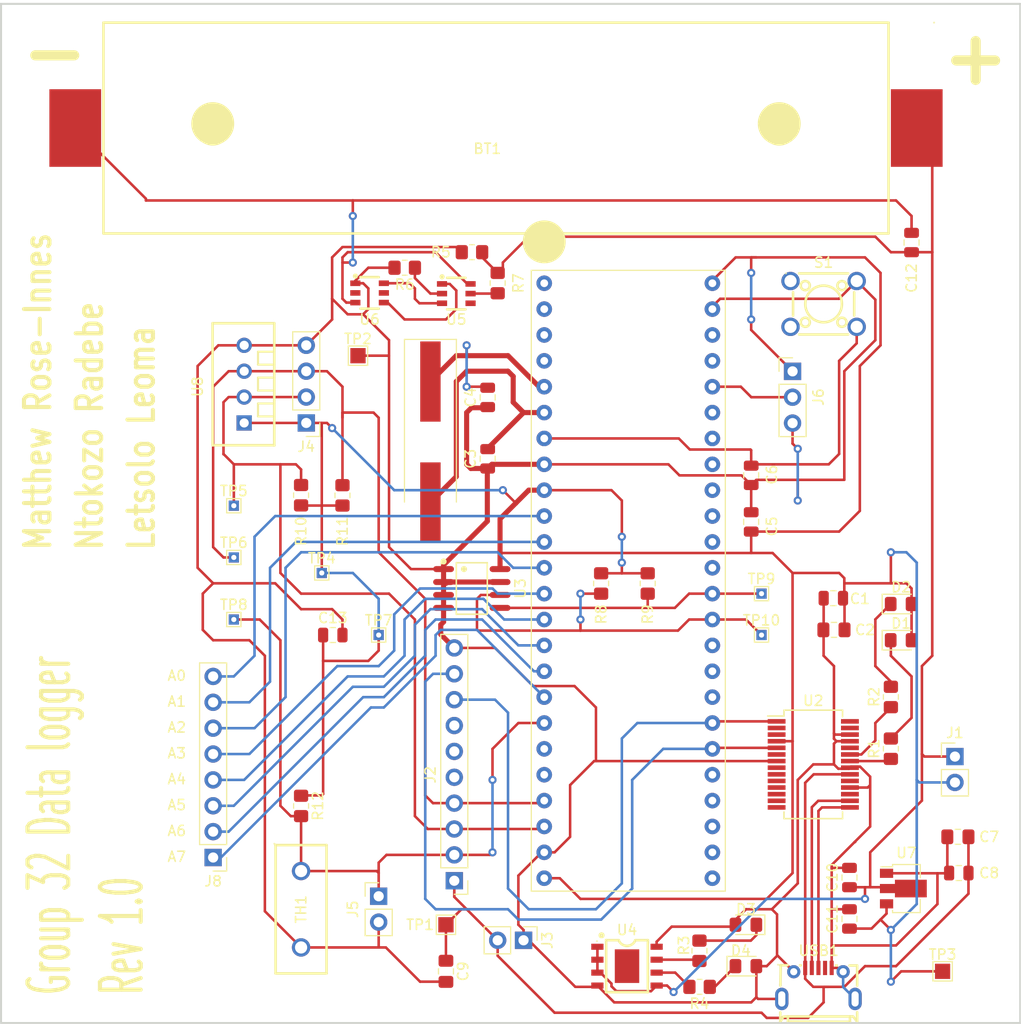
<source format=kicad_pcb>
(kicad_pcb (version 20221018) (generator pcbnew)
  (title_block (title "EEE3088F final project schematic") (rev "1.0") (comment 1 "Added all components from power and microcontroller interface") (comment 2 "Added all sensors"))
  (layers (0 "F.Cu" signal) (31 "B.Cu" signal) (34 "B.Paste" user) (35 "F.Paste" user) (36 "B.SilkS" user "B.Silkscreen") (37 "F.SilkS" user "F.Silkscreen") (38 "B.Mask" user) (39 "F.Mask" user) (44 "Edge.Cuts" user))
  (net 0 "")
  (net 1 "GND")
  (net 2 "5V")
  (net 3 "Net-(D1-K)")
  (net 4 "Net-(D2-K)")
  (net 5 "Analog temp sensor")
  (net 6 "Temp_Sensor_SDA")
  (net 7 "Temp_Sensor_SLC")
  (net 10 "/Microcontroller Interface/Plug_Detect")
  (net 11 "/Microcontroller Interface/TX")
  (net 12 "/Microcontroller Interface/RX")
  (net 13 "Net-(U2-CBUS1)")
  (net 14 "Net-(U2-CBUS0)")
  (net 15 "PA0")
  (net 16 "PA1")
  (net 17 "PA2")
  (net 18 "PA3")
  (net 19 "PA4")
  (net 20 "PA5")
  (net 21 "PA6")
  (net 22 "PB1")
  (net 23 "PB2")
  (net 24 "PB12")
  (net 25 "PB13")
  (net 26 "PB14")
  (net 27 "PB15")
  (net 28 "PA8")
  (net 29 "PA11")
  (net 30 "PA12")
  (net 31 "PA13")
  (net 32 "/Microcontroller Interface/Eprom_SLC")
  (net 33 "/Microcontroller Interface/Eprom_SDA")
  (net 34 "PA14")
  (net 35 "PA15")
  (net 36 "PB3")
  (net 37 "PB4")
  (net 38 "PB5")
  (net 39 "PB6")
  (net 40 "PB7")
  (net 41 "PB8")
  (net 42 "PB9")
  (net 52 "/Microcontroller Interface/D+")
  (net 53 "/Microcontroller Interface/D-")
  (net 59 "PA7")
  (net 60 "/Power managment/POS_terminal")
  (net 61 "Net-(BT1--)")
  (net 62 "Net-(D3-K)")
  (net 63 "Net-(D4-K)")
  (net 64 "Net-(U5-CS)")
  (net 65 "Net-(U5-VCC)")
  (net 68 "/Power managment/OD")
  (net 69 "/Power managment/OC")
  (net 73 "Net-(U4-CHRG#)")
  (net 74 "Net-(U4-STDBY#)")
  (net 76 "Vout3")
  (net 77 "Net-(J7-Pin_6)")
  (net 78 "Net-(J7-Pin_5)")
  (net 79 "/Microcontroller Interface/NRST")
  (net 84 "Net-(J6-Pin_2)")
  (footprint "Package_TO_SOT_SMD:SOT-89-3" (layer "F.Cu") (at 174.244 143.256)
    (fp_text reference "U7")
    (fp_text value "HT75xx-1-SOT89")
  )
  (footprint "Resistor_SMD:R_0805_2012Metric_Pad1.20x1.40mm_HandSolder" (layer "F.Cu") (at 148.844 113.3 90)
    (fp_text reference "R9")
    (fp_text value "4K7")
  )
  (footprint "Resistor_SMD:R_0805_2012Metric_Pad1.20x1.40mm_HandSolder" (layer "F.Cu") (at 153.94 152.908 180)
    (fp_text reference "R4")
    (fp_text value "1K")
  )
  (footprint "Capacitor_SMD:C_0805_2012Metric" (layer "F.Cu") (at 179.39 141.732)
    (fp_text reference "C8")
    (fp_text value "100nF")
  )
  (footprint "Connector_PinHeader_2.54mm:PinHeader_1x02_P2.54mm_Vertical" (layer "F.Cu") (at 136.652 148.336 -90)
    (fp_text reference "J3")
    (fp_text value "Conn_01x02_Male" hide)
  )
  (footprint "Resistor_SMD:R_0805_2012Metric_Pad1.20x1.40mm_HandSolder" (layer "F.Cu") (at 118.872 104.648 90)
    (fp_text reference "R11")
    (fp_text value "4.7k")
  )
  (footprint "Capacitor_SMD:C_0805_2012Metric" (layer "F.Cu") (at 168.656 142.174 90)
    (fp_text reference "C10")
    (fp_text value "10uF")
  )
  (footprint "Capacitor_SMD:C_0805_2012Metric" (layer "F.Cu") (at 167.0705 114.746)
    (fp_text reference "C1")
    (fp_text value "10nF")
  )
  (footprint "Capacitor_SMD:C_0805_2012Metric" (layer "F.Cu") (at 117.922 118.364)
    (fp_text reference "C13")
    (fp_text value "100n")
  )
  (footprint "Connector_PinHeader_2.54mm:PinHeader_1x02_P2.54mm_Vertical" (layer "F.Cu") (at 122.428 144.013)
    (fp_text reference "J5")
    (fp_text value "Conn_01x02_Pin" hide)
  )
  (footprint "TestPoint:TestPoint_Pad_1.5x1.5mm" (layer "F.Cu") (at 129.032 146.812)
    (fp_text reference "TP1")
    (fp_text value "5V")
  )
  (footprint "TestPoint:TestPoint_THTPad_1.0x1.0mm_Drill0.5mm" (layer "F.Cu") (at 160.02 118.364)
    (fp_text reference "TP10")
    (fp_text value "Eprom SLC")
  )
  (footprint "Capacitor_SMD:C_0805_2012Metric_Pad1.18x1.45mm_HandSolder" (layer "F.Cu") (at 167.132 117.856)
    (fp_text reference "C2")
    (fp_text value "1uF")
  )
  (footprint "LED_SMD:LED_0805_2012Metric_Pad1.15x1.40mm_HandSolder" (layer "F.Cu") (at 173.727 118.872)
    (fp_text reference "D1")
    (fp_text value "LED")
  )
  (footprint "STM32:SENSOR-TH_HAIGU_DHT22" (layer "F.Cu") (at 109.22 93.726008 90)
    (fp_text reference "U8")
    (fp_text value "DHT22")
  )
  (footprint "Resistor_SMD:R_0805_2012Metric_Pad1.20x1.40mm_HandSolder" (layer "F.Cu") (at 131.588 80.772 180)
    (fp_text reference "R5")
    (fp_text value "1k")
  )
  (footprint "Capacitor_SMD:C_0805_2012Metric" (layer "F.Cu") (at 174.752 79.822 90)
    (fp_text reference "C12")
    (fp_text value "10nF")
  )
  (footprint "STM32:SOT-23" (layer "F.Cu") (at 130.048 84.836 180)
    (fp_text reference "U5")
    (fp_text value "DW01A-G")
  )
  (footprint "TestPoint:TestPoint_THTPad_1.0x1.0mm_Drill0.5mm" (layer "F.Cu") (at 108.204 105.664)
    (fp_text reference "TP5")
    (fp_text value "Temp SDA")
  )
  (footprint "footprint:SW-TH_4P-L6.0-W6.0-P4.50-LS6.5" (layer "F.Cu") (at 166.116 85.852)
    (fp_text reference "S1")
    (fp_text value "C13828" hide)
  )
  (footprint "Resistor_SMD:R_0805_2012Metric_Pad1.20x1.40mm_HandSolder" (layer "F.Cu") (at 114.808 135.144 -90)
    (fp_text reference "R12")
    (fp_text value "5k")
  )
  (footprint "Connector_PinHeader_2.54mm:PinHeader_1x02_P2.54mm_Vertical" (layer "F.Cu") (at 179.013 130.297)
    (fp_text reference "J1")
    (fp_text value "Conn_01x02_Male" hide)
  )
  (footprint "STM32:RES-TH_L12.5-W5.0-P7.50-D0.7" (layer "F.Cu") (at 114.808 145.288 -90)
    (fp_text reference "TH1")
    (fp_text value "Thermistor")
  )
  (footprint "Capacitor_SMD:C_0805_2012Metric" (layer "F.Cu") (at 159.004 107.254 -90)
    (fp_text reference "C5")
    (fp_text value "100nF")
  )
  (footprint "TestPoint:TestPoint_THTPad_1.0x1.0mm_Drill0.5mm" (layer "F.Cu") (at 160.02 114.3)
    (fp_text reference "TP9")
    (fp_text value "Eprom SDA")
  )
  (footprint "footprint:SOT-23-6_L2.9-W1.6-P0.95-LS2.8-BR" (layer "F.Cu") (at 121.535949 84.769962 180)
    (fp_text reference "U6")
    (fp_text value "FS8205A_C908265")
  )
  (footprint "Connector_PinHeader_2.54mm:PinHeader_1x08_P2.54mm_Vertical" (layer "F.Cu") (at 106.172 140.208 180)
    (fp_text reference "J8")
    (fp_text value "Conn_01x08_Pin" hide)
  )
  (footprint "LED_SMD:LED_0805_2012Metric_Pad1.15x1.40mm_HandSolder" (layer "F.Cu") (at 158.487 150.876)
    (fp_text reference "D4")
    (fp_text value "GREEN LED")
  )
  (footprint "Resistor_SMD:R_0805_2012Metric_Pad1.20x1.40mm_HandSolder" (layer "F.Cu") (at 144.272 113.3 90)
    (fp_text reference "R8")
    (fp_text value "4K7")
  )
  (footprint "footprint:MICRO-USB-SMD_MICROXNJ" (layer "F.Cu") (at 165.608 152.573163)
    (fp_text reference "USB1")
    (fp_text value "MICROXNJ" hide)
  )
  (footprint "Capacitor_SMD:C_0805_2012Metric_Pad1.18x1.45mm_HandSolder" (layer "F.Cu") (at 129.032 151.384 -90)
    (fp_text reference "C9")
    (fp_text value "10uF")
  )
  (footprint "Resistor_SMD:R_0805_2012Metric_Pad1.20x1.40mm_HandSolder" (layer "F.Cu") (at 172.72 124.444 90)
    (fp_text reference "R2")
    (fp_text value "330R")
  )
  (footprint "Capacitor_SMD:C_0805_2012Metric_Pad1.18x1.45mm_HandSolder" (layer "F.Cu") (at 179.3025 138.176)
    (fp_text reference "C7")
    (fp_text value "10uF")
  )
  (footprint "Connector_PinHeader_2.54mm:PinHeader_1x03_P2.54mm_Vertical" (layer "F.Cu") (at 163.068 92.471)
    (fp_text reference "J6")
    (fp_text value "Conn_01x03_Pin")
  )
  (footprint "LED_SMD:LED_0805_2012Metric_Pad1.15x1.40mm_HandSolder" (layer "F.Cu") (at 158.487 146.812 180)
    (fp_text reference "D3")
    (fp_text value "RED LED")
  )
  (footprint "Connector_PinHeader_2.54mm:PinHeader_1x10_P2.54mm_Vertical" (layer "F.Cu") (at 129.851 142.489 180)
    (fp_text reference "J2")
    (fp_text value "Conn_01x10_Pin" hide)
  )
  (footprint "Resistor_SMD:R_0805_2012Metric_Pad1.20x1.40mm_HandSolder" (layer "F.Cu") (at 172.72 129.524 90)
    (fp_text reference "R1")
    (fp_text value "330R")
  )
  (footprint "LED_SMD:LED_0805_2012Metric_Pad1.15x1.40mm_HandSolder" (layer "F.Cu") (at 173.727 115.316)
    (fp_text reference "D2")
    (fp_text value "LED")
  )
  (footprint "Capacitor_SMD:C_0805_2012Metric" (layer "F.Cu") (at 168.656 146.238 90)
    (fp_text reference "C11")
    (fp_text value "10uF")
  )
  (footprint "TestPoint:TestPoint_THTPad_1.0x1.0mm_Drill0.5mm" (layer "F.Cu") (at 108.204 110.744)
    (fp_text reference "TP6")
    (fp_text value "Temp SLC")
  )
  (footprint "footprint:SOIC-8_L4.9-W3.9-P1.27-LS6.0-BL" (layer "F.Cu") (at 131.572 113.792 -90)
    (fp_text reference "U3")
    (fp_text value "AT24C256C-SSHL-T")
  )
  (footprint "TestPoint:TestPoint_THTPad_1.0x1.0mm_Drill0.5mm" (layer "F.Cu") (at 122.428 118.364)
    (fp_text reference "TP7")
    (fp_text value "V3.3")
  )
  (footprint "STM32:BATTERY holder" (layer "F.Cu") (at 133.946817 68.58 90)
    (fp_text reference "BT1")
    (fp_text value "Battery_Cell")
  )
  (footprint "TestPoint:TestPoint_Pad_1.5x1.5mm" (layer "F.Cu") (at 177.8 151.384)
    (fp_text reference "TP3")
    (fp_text value "3.3V")
  )
  (footprint "STM32:STM32F051C6T6" (layer "F.Cu") (at 144.794 111.84 -90)
    (fp_text reference "J7" hide)
    (fp_text value "Conn_02x24_Counter_Clockwise" hide)
  )
  (footprint "TestPoint:TestPoint_Pad_1.5x1.5mm" (layer "F.Cu") (at 120.396 90.932)
    (fp_text reference "TP2")
    (fp_text value "GND")
  )
  (footprint "Resistor_SMD:R_0805_2012Metric_Pad1.20x1.40mm_HandSolder" (layer "F.Cu") (at 134.112 83.804 -90)
    (fp_text reference "R7")
    (fp_text value "500")
  )
  (footprint "Capacitor_SMD:C_0805_2012Metric" (layer "F.Cu") (at 133.129 101.059 90)
    (fp_text reference "C3")
    (fp_text value "20pF")
  )
  (footprint "footprint:ESOP-8_L4.9-W3.9-P1.27-LS6.0-BL-EP" (layer "F.Cu") (at 146.812 150.876 -90)
    (fp_text reference "U4")
    (fp_text value "TP4056")
  )
  (footprint "Connector_PinHeader_2.54mm:PinHeader_1x04_P2.54mm_Vertical" (layer "F.Cu") (at 115.316 97.536 180)
    (fp_text reference "J4")
    (fp_text value "Conn_01x04_Pin" hide)
  )
  (footprint "Capacitor_SMD:C_0805_2012Metric" (layer "F.Cu") (at 133.129 95.029 90)
    (fp_text reference "C4")
    (fp_text value "20pF")
  )
  (footprint "TestPoint:TestPoint_THTPad_1.0x1.0mm_Drill0.5mm" (layer "F.Cu") (at 116.84 112.268)
    (fp_text reference "TP4")
    (fp_text value "TestPoint")
  )
  (footprint "Resistor_SMD:R_0805_2012Metric_Pad1.20x1.40mm_HandSolder" (layer "F.Cu") (at 124.984 82.296 180)
    (fp_text reference "R6")
    (fp_text value "1k")
  )
  (footprint "Crystal:Crystal_SMD_HC49-SD_HandSoldering" (layer "F.Cu") (at 127.508 99.4095 -90)
    (fp_text reference "Y1" hide)
    (fp_text value "8MHz")
  )
  (footprint "Resistor_SMD:R_0805_2012Metric_Pad1.20x1.40mm_HandSolder" (layer "F.Cu") (at 114.808 104.632 90)
    (fp_text reference "R10")
    (fp_text value "4.7k")
  )
  (footprint "Resistor_SMD:R_0805_2012Metric_Pad1.20x1.40mm_HandSolder" (layer "F.Cu") (at 153.924 149.368 -90)
    (fp_text reference "R3")
    (fp_text value "1K")
  )
  (footprint "TestPoint:TestPoint_THTPad_1.0x1.0mm_Drill0.5mm" (layer "F.Cu") (at 108.204 116.84)
    (fp_text reference "TP8")
    (fp_text value "Analog sens")
  )
  (footprint "Package_SO:SSOP-28_5.3x10.2mm_P0.65mm" (layer "F.Cu") (at 165.1 131.064)
    (fp_text reference "U2")
    (fp_text value "FT232RL")
  )
  (footprint "Capacitor_SMD:C_0805_2012Metric" (layer "F.Cu") (at 159.004 102.682 90)
    (fp_text reference "C6")
    (fp_text value "100nF")
  )
  (gr_circle (center 138.684 79.756) (end 140.716 79.756) (stroke (width 0.15)) (fill solid) (layer "F.SilkS"))
  (gr_circle (center 161.759873 68.148203) (end 163.791873 68.148203) (stroke (width 0.15)) (fill solid) (layer "F.SilkS"))
  (gr_circle (center 106.133761 68.148203) (end 108.165761 68.148203) (stroke (width 0.15)) (fill solid) (layer "F.SilkS"))
  (gr_rect (start 85.344 56.388) (end 185.42 156.464) (stroke (width 0.2)) (fill none) (layer "Edge.Cuts"))
  (gr_text "Letsolo Leoma" (at 100.584 110.236 90) (layer "F.SilkS") (effects (font (size 2.5 2) (thickness 0.4) bold) (justify left bottom)))
  (gr_text "A0" (at 101.6 122.936) (layer "F.SilkS") (effects (font (size 1 1)) (justify left bottom)))
  (gr_text "A5" (at 101.6 135.636) (layer "F.SilkS") (effects (font (size 1 1)) (justify left bottom)))
  (gr_text "A7" (at 101.6 140.716) (layer "F.SilkS") (effects (font (size 1 1)) (justify left bottom)))
  (gr_text "+" (at 177.292 64.516) (layer "F.SilkS") (effects (font (size 5 5) (thickness 1) bold) (justify left bottom)))
  (gr_text "-" (at 86.868 64.008) (layer "F.SilkS") (effects (font (size 5 5) (thickness 1) bold) (justify left bottom)))
  (gr_text "A3" (at 101.6 130.556) (layer "F.SilkS") (effects (font (size 1 1)) (justify left bottom)))
  (gr_text "A6" (at 101.6 138.176) (layer "F.SilkS") (effects (font (size 1 1)) (justify left bottom)))
  (gr_text "Ntokozo Radebe" (at 95.504 110.236 90) (layer "F.SilkS") (effects (font (size 2.5 2) (thickness 0.4) bold) (justify left bottom)))
  (gr_text "A2" (at 101.6 128.016) (layer "F.SilkS") (effects (font (size 1 1)) (justify left bottom)))
  (gr_text "Rev 1.0" (at 99.568 153.924 90) (layer "F.SilkS") (effects (font (size 4 2) (thickness 0.4) bold) (justify left bottom)))
  (gr_text "Matthew Rose-Innes" (at 90.424 110.236 90) (layer "F.SilkS") (effects (font (size 2.5 2) (thickness 0.4) bold) (justify left bottom)))
  (gr_text "A4" (at 101.6 133.096) (layer "F.SilkS") (effects (font (size 1 1)) (justify left bottom)))
  (gr_text "A1" (at 101.6 125.476) (layer "F.SilkS") (effects (font (size 1 1)) (justify left bottom)))
  (gr_text "Group 32 Data logger" (at 92.456 153.924 90) (layer "F.SilkS") (effects (font (size 4 2) (thickness 0.4) bold) (justify left bottom)))
  (segment (start 115.316 89.916) (end 117.856 87.376) (width 0.25) (layer "F.Cu") (net 1))
  (segment (start 166.116 120.396) (end 166.116 117.8775) (width 0.25) (layer "F.Cu") (net 1))
  (segment (start 169.7 131.289) (end 168.8 131.289) (width 0.25) (layer "F.Cu") (net 1))
  (segment (start 129.032 113.284) (end 128.926585 113.284) (width 0.5) (layer "F.Cu") (net 1))
  (segment (start 118.872 116.84) (end 118.872 118.364) (width 0.25) (layer "F.Cu") (net 1))
  (segment (start 167.660324 151.051827) (end 168.032943 151.424446) (width 0.25) (layer "F.Cu") (net 1))
  (segment (start 129.851 119.629) (end 133.853 119.629) (width 0.25) (layer "F.Cu") (net 1))
  (segment (start 163.576 105.156) (end 163.576 103.124) (width 0.25) (layer "F.Cu") (net 1))
  (segment (start 125.476 111.76) (end 125.602996 111.886996) (width 0.25) (layer "F.Cu") (net 1))
  (segment (start 143.581 130.739) (end 141.224 133.096) (width 0.25) (layer "F.Cu") (net 1))
  (segment (start 161.544 145.796) (end 161.544 149.86) (width 0.25) (layer "F.Cu") (net 1))
  (segment (start 177.292 141.756) (end 177.292 144.78) (width 0.25) (layer "F.Cu") (net 1))
  (segment (start 143.776698 152.908) (end 143.903694 152.781004) (width 0.25) (layer "F.Cu") (net 1))
  (segment (start 131.064 101.6) (end 131.473 102.009) (width 0.5) (layer "F.Cu") (net 1))
  (segment (start 137.597 123.373) (end 141.661 123.373) (width 0.25) (layer "F.Cu") (net 1))
  (segment (start 120.135898 83.82) (end 120.135898 83.572102) (width 0.25) (layer "F.Cu") (net 1))
  (segment (start 121.412 86.36) (end 120.904 86.868) (width 0.25) (layer "F.Cu") (net 1))
  (segment (start 155.956 85.344) (end 167.624 85.344) (width 0.25) (layer "F.Cu") (net 1))
  (segment (start 120.135898 83.572102) (end 121.412 82.296) (width 0.25) (layer "F.Cu") (net 1))
  (segment (start 161.036 145.288) (end 161.544 145.796) (width 0.25) (layer "F.Cu") (net 1))
  (segment (start 130.08 80.264) (end 130.588 80.772) (width 0.25) (layer "F.Cu") (net 1))
  (segment (start 139.7 139.7) (end 138.43 139.7) (width 0.25) (layer "F.Cu") (net 1))
  (segment (start 145.55469 154.432) (end 159.004 154.432) (width 0.25) (layer "F.Cu") (net 1))
  (segment (start 133.129 102.009) (end 133.538 101.6) (width 0.5) (layer "F.Cu") (net 1))
  (segment (start 173.228 148.844) (end 166.907975 148.844) (width 0.25) (layer "F.Cu") (net 1))
  (segment (start 168.6 131.489) (end 168.7 131.389) (width 0.25) (layer "F.Cu") (net 1))
  (segment (start 168.7 133.339) (end 170.445 133.339) (width 0.25) (layer "F.Cu") (net 1))
  (segment (start 141.224 138.176) (end 139.7 139.7) (width 0.25) (layer "F.Cu") (net 1))
  (segment (start 111.252 120.396) (end 109.728 118.872) (width 0.25) (layer "F.Cu") (net 1))
  (segment (start 131.473 102.009) (end 133.129 102.009) (width 0.5) (layer "F.Cu") (net 1))
  (segment (start 129.0105 152.4) (end 129.032 152.4215) (width 0.25) (layer "F.Cu") (net 1))
  (segment (start 117.856 81.28) (end 118.872 80.264) (width 0.25) (layer "F.Cu") (net 1))
  (segment (start 161.618611 149.86) (end 161.544 149.86) (width 0.25) (layer "F.Cu") (net 1))
  (segment (start 167.557 131.489) (end 168.6 131.489) (width 0.25) (layer "F.Cu") (net 1))
  (segment (start 133.129 95.979) (end 133.063 96.045) (width 0.25) (layer "F.Cu") (net 1))
  (segment (start 166.1205 114.746) (end 166.1205 117.83) (width 0.25) (layer "F.Cu") (net 1))
  (segment (start 163.576 142.748) (end 161.036 145.288) (width 0.25) (layer "F.Cu") (net 1))
  (segment (start 167.255 128.139) (end 168.7 128.139) (width 0.25) (layer "F.Cu") (net 1))
  (segment (start 123.130064 149.038064) (end 126.492 152.4) (width 0.25) (layer "F.Cu") (net 1))
  (segment (start 136.144 146.812) (end 136.652 147.32) (width 0.25) (layer "F.Cu") (net 1))
  (segment (start 163.068 97.551) (end 163.068 99.568) (width 0.25) (layer "F.Cu") (net 1))
  (segment (start 149.720306 148.475694) (end 151.197604 146.998396) (width 0.25) (layer "F.Cu") (net 1))
  (segment (start 167.375 128.789) (end 167.132 128.546) (width 0.25) (layer "F.Cu") (net 1))
  (segment (start 122.428 146.553) (end 122.428 149.038064) (width 0.25) (layer "F.Cu") (net 1))
  (segment (start 167.132 121.412) (end 166.116 120.396) (width 0.25) (layer "F.Cu") (net 1))
  (segment (start 126.492 152.4) (end 129.0105 152.4) (width 0.25) (layer "F.Cu") (net 1))
  (segment (start 112.268 113.284) (end 114.808 115.824) (width 0.25) (layer "F.Cu") (net 1))
  (segment (start 123.444 90.932) (end 123.444 109.728) (width 0.25) (layer "F.Cu") (net 1))
  (segment (start 177.292 141.756) (end 178.416 141.756) (width 0.25) (layer "F.Cu") (net 1))
  (segment (start 161.5 130.739) (end 143.764 130.739) (width 0.25) (layer "F.Cu") (net 1))
  (segment (start 118.872 80.264) (end 130.08 80.264) (width 0.25) (layer "F.Cu") (net 1))
  (segment (start 128.799584 115.697004) (end 128.799584 114.427001) (width 0.5) (layer "F.Cu") (net 1))
  (segment (start 167.132 128.546) (end 167.132 128.016) (width 0.25) (layer "F.Cu") (net 1))
  (segment (start 159.512 103.124) (end 168.148 103.124) (width 0.25) (layer "F.Cu") (net 1))
  (segment (start 169.222 138.684) (end 169.164 138.684) (width 0.25) (layer "F.Cu") (net 1))
  (segment (start 136.652 148.336) (end 137.16 148.336) (width 0.25) (layer "F.Cu") (net 1))
  (segment (start 161.036 150.368) (end 160.528 150.876) (width 0.25) (layer "F.Cu") (net 1))
  (segment (start 166.907975 151.051827) (end 167.660324 151.051827) (width 0.25) (layer "F.Cu") (net 1))
  (segment (start 120.904 86.868) (end 119.38 86.868) (width 0.25) (layer "F.Cu") (net 1))
  (segment (start 109.728 118.872) (end 106.172 118.872) (width 0.25) (layer "F.Cu") (net 1))
  (segment (start 104.648 111.76) (end 106.172 113.284) (width 0.25) (layer "F.Cu") (net 1))
  (segment (start 163.576 132.588) (end 163.576 142.748) (width 0.25) (layer "F.Cu") (net 1))
  (segment (start 106.172 113.284) (end 112.268 113.284) (width 0.25) (layer "F.Cu") (net 1))
  (segment (start 143.764 125.476) (end 143.764 130.739) (width 0.25) (layer "F.Cu") (net 1))
  (segment (start 154.94 86.36) (end 155.956 85.344) (width 0.25) (layer "F.Cu") (net 1))
  (segment (start 104.648 91.948) (end 104.648 111.76) (width 0.25) (layer "F.Cu") (net 1))
  (segment (start 117.856 115.824) (end 118.872 116.84) (width 0.25) (layer "F.Cu") (net 1))
  (segment (start 114.808 149.038064) (end 122.428 149.038064) (width 0.25) (layer "F.Cu") (net 1))
  (segment (start 109.22 89.916) (end 106.68 89.916) (width 0.25) (layer "F.Cu") (net 1))
  (segment (start 128.926585 113.284) (end 128.799584 113.156999) (width 0.5) (layer "F.Cu") (net 1))
  (segment (start 114.808 115.824) (end 117.856 115.824) (width 0.25) (layer "F.Cu") (net 1))
  (segment (start 141.661 123.373) (end 143.764 125.476) (width 0.25) (layer "F.Cu") (net 1))
  (segment (start 133.096 107.188) (end 133.096 102.042) (width 0.5) (layer "F.Cu") (net 1))
  (segment (start 167.132 131.064) (end 165.1 131.064) (width 0.25) (layer "F.Cu") (net 1))
  (segment (start 143.903694 152.781004) (end 145.55469 154.432) (width 0.25) (layer "F.Cu") (net 1))
  (segment (start 137.16 148.336) (end 141.732 152.908) (width 0.25) (layer "F.Cu") (net 1))
  (segment (start 159.682499 154.094499) (end 159.512 153.924) (width 0.25) (layer "F.Cu") (net 1))
  (segment (start 133.096 102.042) (end 133.129 102.009) (width 0.5) (layer "F.Cu") (net 1))
  (segment (start 143.764 130.739) (end 143.581 130.739) (width 0.25) (layer "F.Cu") (net 1))
  (segment (start 128.524 118.302) (end 128.524 117.348) (width 0.5) (layer "F.Cu") (net 1))
  (segment (start 171.196 85.432128) (end 169.365936 83.602064) (width 0.25) (layer "F.Cu") (net 1))
  (segment (start 128.799584 114.427001) (end 128.799584 113.156999) (width 0.5) (layer "F.Cu") (net 1))
  (segment (start 120.904 83.82) (end 121.412 84.328) (width 0.25) (layer "F.Cu") (net 1))
  (segment (start 120.396 90.932) (end 123.444 90.932) (width 0.25) (layer "F.Cu") (net 1))
  (segment (start 125.602996 111.886996) (end 128.799584 111.886996) (width 0.25) (layer "F.Cu") (net 1))
  (segment (start 166.907975 141.224) (end 166.907975 140.940025) (width 0.25) (layer "F.Cu") (net 1))
  (segment (start 166.116 117.8775) (end 166.0945 117.856) (width 0.25) (layer "F.Cu") (net 1))
  (segment (start 166.1205 117.83) (end 166.0945 117.856) (width 0.25) (layer "F.Cu") (net 1))
  (segment (start 128.524 117.348) (end 128.799584 117.072416) (width 0.5) (layer "F.Cu") (net 1))
  (segment (start 170.688 137.16) (end 170.688 133.096) (width 0.25) (layer "F.Cu") (net 1))
  (segment (start 138.43 101.6) (end 150.876 101.6) (width 0.25) (layer "F.Cu") (net 1))
  (segment (start 151.963 102.687) (end 158.059 102.687) (width 0.25) (layer "F.Cu") (net 1))
  (segment (start 128.799584 117.072416) (end 128.799584 115.697004) (width 0.5) (layer "F.Cu") (net 1))
  (segment (start 168.148 103.124) (end 168.148 92.456) (width 0.25) (layer "F.Cu") (net 1))
  (segment (start 170.445 133.339) (end 170.688 133.096) (width 0.25) (layer "F.Cu") (net 1))
  (segment (start 165.1 131.064) (end 163.576 132.588) (width 0.25) (layer "F.Cu") (net 1))
  (segment (start 172.294 141.756) (end 177.292 141.756) (width 0.25) (layer "F.Cu") (net 1))
  (segment (start 133.853 119.629) (end 137.597 123.373) (width 0.25) (layer "F.Cu") (net 1))
  (segment (start 162.008051 154.094499) (end 159.682499 154.094499) (width 0.25) (layer "F.Cu") (net 1))
  (segment (start 129.851 119.629) (end 128.524 118.302) (width 0.5) (layer "F.Cu") (net 1))
  (segment (start 131.539 96.045) (end 131.064 96.52) (width 0.5) (layer "F.Cu") (net 1))
  (segment (start 167.132 129.032) (end 167.132 131.064) (width 0.25) (layer "F.Cu") (net 1))
  (segment (start 168.656 141.224) (end 166.907975 141.224) (width 0.25) (layer "F.Cu") (net 1))
  (segment (start 128.799584 111.484416) (end 133.096 107.188) (width 0.5) (layer "F.Cu") (net 1))
  (segment (start 122.428 149.038064) (end 123.130064 149.038064) (width 0.25) (layer "F.Cu") (net 1))
  (segment (start 178.265 138.176) (end 178.265 141.557) (width 0.25) (layer "F.Cu") (net 1))
  (segment (start 121.412 82.296) (end 123.984 82.296) (width 0.25) (layer "F.Cu") (net 1))
  (segment (start 109.22 89.916) (end 115.316 89.916) (width 0.25) (layer "F.Cu") (net 1))
  (segment (start 167.132 128.016) (end 167.132 121.412) (width 0.25) (layer "F.Cu") (net 1))
  (segment (start 157.012 146.998396) (end 157.143802 147.130198) (width 0.25) (layer "F.Cu") (net 1))
  (segment (start 169.164 138.684) (end 170.688 137.16) (width 0.25) (layer "F.Cu") (net 1))
  (segment (start 117.856 85.344) (end 117.856 81.28) (width 0.25) (layer "F.Cu") (net 1))
  (segment (start 167.624 85.344) (end 169.365936 83.602064) (width 0.25) (layer "F.Cu") (net 1))
  (segment (start 168.8 131.289) (end 168.7 131.389) (width 0.25) (layer "F.Cu") (net 1))
  (segment (start 149.720306 148.970996) (end 149.720306 148.475694) (width 0.25) (layer "F.Cu") (net 1))
  (segment (start 129.159001 113.156999) (end 129.032 113.284) (width 0.5) (layer "F.Cu") (net 1))
  (segment (start 160.528 150.876) (end 159.512 150.876) (width 0.25) (layer "F.Cu") (net 1))
  (segment (start 166.907975 148.844) (end 166.907975 145.288) (width 0.25) (layer "F.Cu") (net 1))
  (segment (start 105.156 114.3) (end 106.172 113.284) (width 0.25) (layer "F.Cu") (net 1))
  (segment (start 170.688 132.277) (end 169.7 131.289) (width 0.25) (layer "F.Cu") (net 1))
  (segment (start 178.265 141.557) (end 178.44 141.732) (width 0.25) (layer "F.Cu") (net 1))
  (segment (start 163.068 99.568) (end 163.576 100.076) (width 0.25) (layer "F.Cu") (net 1))
  (segment (start 105.156 117.856) (end 105.156 114.3) (width 0.25) (layer "F.Cu") (net 1))
  (segment (start 168.7 128.789) (end 167.375 128.789) (width 0.25) (layer "F.Cu") (net 1))
  (segment (start 121.412 84.328) (end 121.412 86.36) (width 0.25) (layer "F.Cu") (net 1))
  (segment (start 178.416 141.756) (end 178.44 141.732) (width 0.25) (layer "F.Cu") (net 1))
  (segment (start 136.144 141.986) (end 136.144 146.812) (width 0.25) (layer "F.Cu") (net 1))
  (segment (start 157.462 146.322) (end 158.496 145.288) (width 0.25) (layer "F.Cu") (net 1))
  (segment (start 111.252 145.482064) (end 111.252 120.396) (width 0.25) (layer "F.Cu") (net 1))
  (segment (start 141.732 152.908) (end 143.776698 152.908) (width 0.25) (layer "F.Cu") (net 1))
  (segment (start 106.68 89.916) (end 104.648 91.948) (width 0.25) (layer "F.Cu") (net 1))
  (segment (start 119.38 86.868) (end 117.856 85.344) (width 0.25) (layer "F.Cu") (net 1))
  (segment (start 131.064 96.52) (end 131.064 101.6) (width 0.5) (layer "F.Cu") (net 1))
  (segment (start 159.004 103.632) (end 159.512 103.124) (width 0.25) (layer "F.Cu") (net 1))
  (segment (start 170.688 133.096) (end 170.688 132.277) (width 0.25) (layer "F.Cu") (net 1))
  (segment (start 166.907975 151.051827) (end 166.907975 148.844) (width 0.25) (layer "F.Cu") (net 1))
  (segment (start 167.132 128.016) (end 167.255 128.139) (width 0.25) (layer "F.Cu") (net 1))
  (segment (start 166.907975 140.940025) (end 169.164 138.684) (width 0.25) (layer "F.Cu") (net 1))
  (segment (start 168.148 92.456) (end 171.196 89.408) (width 0.25) (layer "F.Cu") (net 1))
  (segment (start 163.183057 151.424446) (end 161.618611 149.86) (width 0.25) (layer "F.Cu") (net 1))
  (segment (start 150.876 101.6) (end 151.963 102.687) (width 0.25) (layer "F.Cu") (net 1))
  (segment (start 161.544 149.86) (end 161.036 150.368) (width 0.25) (layer "F.Cu") (net 1))
  (segment (start 141.224 133.096) (end 141.224 138.176) (width 0.25) (layer "F.Cu") (net 1))
  (segment (start 120.904 86.868) (end 123.444 89.408) (width 0.25) (layer "F.Cu") (net 1))
  (segment (start 171.196 89.408) (end 171.196 85.432128) (width 0.25) (layer "F.Cu") (net 1))
  (segment (start 158.059 102.687) (end 159.004 103.632) (width 0.25) (layer "F.Cu") (net 1))
  (segment (start 123.444 109.728) (end 125.476 111.76) (width 0.25) (layer "F.Cu") (net 1))
  (segment (start 138.43 139.7) (end 136.144 141.986) (width 0.25) (layer "F.Cu") (net 1))
  (segment (start 168.656 145.288) (end 166.907975 145.288) (width 0.25) (layer "F.Cu") (net 1))
  (segment (start 128.799584 111.886996) (end 128.799584 111.484416) (width 0.5) (layer "F.Cu") (net 1))
  (segment (start 177.292 144.78) (end 173.228 148.844) (width 0.25) (layer "F.Cu") (net 1))
  (segment (start 117.856 87.376) (end 117.856 85.344) (width 0.25) (layer "F.Cu") (net 1))
  (segment (start 159.004 106.304) (end 159.004 103.632) (width 0.25) (layer "F.Cu") (net 1))
  (segment (start 167.375 128.789) (end 167.132 129.032) (width 0.25) (layer "F.Cu") (net 1))
  (segment (start 106.172 118.872) (end 105.156 117.856) (width 0.25) (layer "F.Cu") (net 1))
  (segment (start 166.907975 145.288) (end 166.907975 141.224) (width 0.25) (layer "F.Cu") (net 1))
  (segment (start 158.496 145.288) (end 161.036 145.288) (width 0.25) (layer "F.Cu") (net 1))
  (segment (start 134.344416 113.156999) (end 129.159001 113.156999) (width 0.5) (layer "F.Cu") (net 1))
  (segment (start 159.512 153.924) (end 159.512 150.876) (width 0.25) (layer "F.Cu") (net 1))
  (segment (start 159.004 154.432) (end 159.512 153.924) (width 0.25) (layer "F.Cu") (net 1))
  (segment (start 133.538 101.6) (end 138.43 101.6) (width 0.5) (layer "F.Cu") (net 1))
  (segment (start 114.808 149.038064) (end 111.252 145.482064) (width 0.25) (layer "F.Cu") (net 1))
  (segment (start 133.063 96.045) (end 131.539 96.045) (width 0.5) (layer "F.Cu") (net 1))
  (segment (start 157.462 146.812) (end 157.462 146.322) (width 0.25) (layer "F.Cu") (net 1))
  (segment (start 167.132 131.064) (end 167.557 131.489) (width 0.25) (layer "F.Cu") (net 1))
  (segment (start 123.444 89.408) (end 123.444 90.932) (width 0.25) (layer "F.Cu") (net 1))
  (segment (start 136.652 147.32) (end 136.652 148.336) (width 0.25) (layer "F.Cu") (net 1))
  (segment (start 151.197604 146.998396) (end 157.012 146.998396) (width 0.25) (layer "F.Cu") (net 1))
  (segment (start 120.135898 83.82) (end 120.904 83.82) (width 0.25) (layer "F.Cu") (net 1))
  (segment (start 128.799584 113.156999) (end 128.799584 111.886996) (width 0.5) (layer "F.Cu") (net 1))
  (via (at 163.576 100.076) (size 0.8) (drill 0.4) (layers "F.Cu" "B.Cu") (net 1))
  (via (at 163.576 105.156) (size 0.8) (drill 0.4) (layers "F.Cu" "B.Cu") (net 1))
  (segment (start 168.032943 151.424446) (end 168.032943 152.919493) (width 0.25) (layer "B.Cu") (net 1))
  (segment (start 168.032943 152.919493) (end 169.207949 154.094499) (width 0.25) (layer "B.Cu") (net 1))
  (segment (start 163.576 100.076) (end 163.576 105.156) (width 0.25) (layer "B.Cu") (net 1))
  (segment (start 164.592 155.956) (end 166.116 154.432) (width 0.25) (layer "F.Cu") (net 2))
  (segment (start 166.116 152.908) (end 166.624 152.908) (width 0.25) (layer "F.Cu") (net 2))
  (segment (start 129.032 146.812) (end 130.556 145.288) (width 0.25) (layer "F.Cu") (net 2))
  (segment (start 168.148 152.908) (end 170.18 150.876) (width 0.25) (layer "F.Cu") (net 2))
  (segment (start 170.18 150.876) (end 173.228 150.876) (width 0.25) (layer "F.Cu") (net 2))
  (segment (start 160.02 155.448) (end 160.528 155.956) (width 0.25) (layer "F.Cu") (net 2))
  (segment (start 139.7 155.448) (end 160.02 155.448) (width 0.25) (layer "F.Cu") (net 2))
  (segment (start 164.308025 132.871975) (end 164.308025 151.051827) (width 0.25) (layer "F.Cu") (net 2))
  (segment (start 164.846 152.654) (end 164.592 152.4) (width 0.25) (layer "F.Cu") (net 2))
  (segment (start 165.141 132.039) (end 164.308025 132.871975) (width 0.25) (layer "F.Cu") (net 2))
  (segment (start 165.1 152.908) (end 168.148 152.908) (width 0.25) (layer "F.Cu") (net 2))
  (segment (start 164.846 152.654) (end 165.1 152.908) (width 0.25) (layer "F.Cu") (net 2))
  (segment (start 129.851 144.075) (end 131.064 145.288) (width 0.25) (layer "F.Cu") (net 2))
  (segment (start 129.851 142.489) (end 129.851 144.075) (width 0.25) (layer "F.Cu") (net 2))
  (segment (start 130.556 145.288) (end 131.064 145.288) (width 0.25) (layer "F.Cu") (net 2))
  (segment (start 134.112 149.86) (end 139.7 155.448) (width 0.25) (layer "F.Cu") (net 2))
  (segment (start 166.116 154.432) (end 166.116 152.908) (width 0.25) (layer "F.Cu") (net 2))
  (segment (start 173.228 150.876) (end 180.34 143.764) (width 0.25) (layer "F.Cu") (net 2))
  (segment (start 164.308025 151.051827) (end 164.308025 152.116025) (width 0.25) (layer "F.Cu") (net 2))
  (segment (start 134.112 148.336) (end 134.112 149.86) (width 0.25) (layer "F.Cu") (net 2))
  (segment (start 160.528 155.956) (end 164.592 155.956) (width 0.25) (layer "F.Cu") (net 2))
  (segment (start 131.064 145.288) (end 134.112 148.336) (width 0.25) (layer "F.Cu") (net 2))
  (segment (start 164.308025 152.116025) (end 164.846 152.654) (width 0.25) (layer "F.Cu") (net 2))
  (segment (start 180.34 143.764) (end 180.34 141.732) (width 0.25) (layer "F.Cu") (net 2))
  (segment (start 165.141 132.039) (end 168.7 132.039) (width 0.25) (layer "F.Cu") (net 2))
  (segment (start 129.032 150.3465) (end 129.032 146.812) (width 0.25) (layer "F.Cu") (net 2))
  (segment (start 180.34 141.732) (end 180.34 138.176) (width 0.25) (layer "F.Cu") (net 2))
  (segment (start 172.72 120.396) (end 172.72 118.89) (width 0.25) (layer "F.Cu") (net 3))
  (segment (start 172.72 128.524) (end 174.752 126.492) (width 0.25) (layer "F.Cu") (net 3))
  (segment (start 174.752 126.492) (end 174.752 122.428) (width 0.25) (layer "F.Cu") (net 3))
  (segment (start 172.72 118.89) (end 172.702 118.872) (width 0.25) (layer "F.Cu") (net 3))
  (segment (start 174.752 122.428) (end 172.72 120.396) (width 0.25) (layer "F.Cu") (net 3))
  (segment (start 171.196 116.822) (end 172.702 115.316) (width 0.25) (layer "F.Cu") (net 4))
  (segment (start 172.72 123.444) (end 172.72 122.936) (width 0.25) (layer "F.Cu") (net 4))
  (segment (start 171.196 121.412) (end 171.196 116.822) (width 0.25) (layer "F.Cu") (net 4))
  (segment (start 172.72 122.936) (end 171.196 121.412) (width 0.25) (layer "F.Cu") (net 4))
  (segment (start 114.808 136.144) (end 114.808 141.537936) (width 0.25) (layer "F.Cu") (net 5))
  (segment (start 123.195 139.949) (end 122.428 140.716) (width 0.25) (layer "F.Cu") (net 5))
  (segment (start 114.808 141.537936) (end 122.233936 141.537936) (width 0.25) (layer "F.Cu") (net 5))
  (segment (start 113.792 136.144) (end 114.808 136.144) (width 0.25) (layer "F.Cu") (net 5))
  (segment (start 133.355 139.949) (end 133.604 139.7) (width 0.25) (layer "F.Cu") (net 5))
  (segment (start 112.776 118.872) (end 112.776 135.128) (width 0.25) (layer "F.Cu") (net 5))
  (segment (start 108.204 116.84) (end 110.744 116.84) (width 0.25) (layer "F.Cu") (net 5))
  (segment (start 110.744 116.84) (end 112.776 118.872) (width 0.25) (layer "F.Cu") (net 5))
  (segment (start 133.604 132.588) (end 133.604 129.54) (width 0.25) (layer "F.Cu") (net 5))
  (segment (start 133.604 129.54) (end 136.144 127) (width 0.25) (layer "F.Cu") (net 5))
  (segment (start 136.144 127) (end 138.43 127) (width 0.25) (layer "F.Cu") (net 5))
  (segment (start 122.428 141.732) (end 122.428 144.013) (width 0.25) (layer "F.Cu") (net 5))
  (segment (start 112.776 135.128) (end 113.792 136.144) (width 0.25) (layer "F.Cu") (net 5))
  (segment (start 129.851 139.949) (end 133.355 139.949) (width 0.25) (layer "F.Cu") (net 5))
  (segment (start 122.233936 141.537936) (end 122.428 141.732) (width 0.25) (layer "F.Cu") (net 5))
  (segment (start 129.851 139.949) (end 123.195 139.949) (width 0.25) (layer "F.Cu") (net 5))
  (segment (start 122.428 140.716) (end 122.428 141.732) (width 0.25) (layer "F.Cu") (net 5))
  (via (at 133.604 132.588) (size 0.8) (drill 0.4) (layers "F.Cu" "B.Cu") (net 5))
  (via (at 133.604 139.7) (size 0.8) (drill 0.4) (layers "F.Cu" "B.Cu") (net 5))
  (segment (start 133.604 139.7) (end 133.604 132.588) (width 0.25) (layer "B.Cu") (net 5))
  (segment (start 125.984 116.84) (end 125.984 136.144) (width 0.25) (layer "F.Cu") (net 6))
  (segment (start 123.444 114.3) (end 125.984 116.84) (width 0.25) (layer "F.Cu") (net 6))
  (segment (start 107.695989 94.996011) (end 107.188 95.504) (width 0.25) (layer "F.Cu") (net 6))
  (segment (start 109.22 94.996011) (end 115.315989 94.996011) (width 0.25) (layer "F.Cu") (net 6))
  (segment (start 127.249 137.409) (end 129.851 137.409) (width 0.25) (layer "F.Cu") (net 6))
  (segment (start 107.188 100.584) (end 107.188 100.616) (width 0.25) (layer "F.Cu") (net 6))
  (segment (start 125.984 136.144) (end 127.249 137.409) (width 0.25) (layer "F.Cu") (net 6))
  (segment (start 129.851 137.409) (end 138.181 137.409) (width 0.25) (layer "F.Cu") (net 6))
  (segment (start 114.808 114.3) (end 123.444 114.3) (width 0.25) (layer "F.Cu") (net 6))
  (segment (start 107.188 95.504) (end 107.188 100.584) (width 0.25) (layer "F.Cu") (net 6))
  (segment (start 114.3 101.6) (end 114.808 102.108) (width 0.25) (layer "F.Cu") (net 6))
  (segment (start 112.776 112.268) (end 114.808 114.3) (width 0.25) (layer "F.Cu") (net 6))
  (segment (start 114.808 102.108) (end 114.808 103.632) (width 0.25) (layer "F.Cu") (net 6))
  (segment (start 108.204 101.6) (end 112.776 101.6) (width 0.25) (layer "F.Cu") (net 6))
  (segment (start 112.776 101.6) (end 114.3 101.6) (width 0.25) (layer "F.Cu") (net 6))
  (segment (start 115.315989 94.996011) (end 115.316 94.996) (width 0.25) (layer "F.Cu") (net 6))
  (segment (start 108.204 105.664) (end 108.204 101.6) (width 0.25) (layer "F.Cu") (net 6))
  (segment (start 109.22 94.996011) (end 107.695989 94.996011) (width 0.25) (layer "F.Cu") (net 6))
  (segment (start 112.776 101.6) (end 112.776 112.268) (width 0.25) (layer "F.Cu") (net 6))
  (segment (start 138.181 137.409) (end 138.43 137.16) (width 0.25) (layer "F.Cu") (net 6))
  (segment (start 107.188 100.584) (end 108.204 101.6) (width 0.25) (layer "F.Cu") (net 6))
  (segment (start 129.851 134.869) (end 138.181 134.869) (width 0.25) (layer "F.Cu") (net 7))
  (segment (start 138.181 134.869) (end 138.43 134.62) (width 0.25) (layer "F.Cu") (net 7))
  (segment (start 127.757 134.869) (end 127 134.112) (width 0.25) (layer "F.Cu") (net 7))
  (segment (start 107.188 110.744) (end 108.204 110.744) (width 0.25) (layer "F.Cu") (net 7))
  (segment (start 107.695995 92.456005) (end 106.172 93.98) (width 0.25) (layer "F.Cu") (net 7))
  (segment (start 122.428 97.028) (end 121.92 96.52) (width 0.25) (layer "F.Cu") (net 7))
  (segment (start 109.22 92.456005) (end 107.695995 92.456005) (width 0.25) (layer "F.Cu") (net 7))
  (segment (start 118.872 96.52) (end 118.872 97.028) (width 0.25) (layer "F.Cu") (net 7))
  (segment (start 118.872 93.98) (end 118.872 103.124) (width 0.25) (layer "F.Cu") (net 7))
  (segment (start 127 134.112) (end 127 114.808) (width 0.25) (layer "F.Cu") (net 7))
  (segment (start 109.22 92.456005) (end 115.315995 92.456005) (width 0.25) (layer "F.Cu") (net 7))
  (segment (start 115.316 92.456) (end 117.348 92.456) (width 0.25) (layer "F.Cu") (net 7))
  (segment (start 115.315995 92.456005) (end 115.316 92.456) (width 0.25) (layer "F.Cu") (net 7))
  (segment (start 117.348 92.456) (end 118.872 93.98) (width 0.25) (layer "F.Cu") (net 7))
  (segment (start 121.92 96.52) (end 118.872 96.52) (width 0.25) (layer "F.Cu") (net 7))
  (segment (start 127 114.808) (end 122.428 110.236) (width 0.25) (layer "F.Cu") (net 7))
  (segment (start 122.428 110.236) (end 122.428 97.028) (width 0.25) (layer "F.Cu") (net 7))
  (segment (start 106.172 109.728) (end 107.188 110.744) (width 0.25) (layer "F.Cu") (net 7))
  (segment (start 106.172 93.98) (end 106.172 109.728) (width 0.25) (layer "F.Cu") (net 7))
  (segment (start 129.851 134.869) (end 127.757 134.869) (width 0.25) (layer "F.Cu") (net 7))
  (segment (start 155.101 126.839) (end 154.94 127) (width 0.25) (layer "F.Cu") (net 11))
  (segment (start 161.5 126.839) (end 155.101 126.839) (width 0.25) (layer "F.Cu") (net 11))
  (segment (start 147.828 127) (end 154.94 127) (width 0.25) (layer "B.Cu") (net 11))
  (segment (start 129.851 124.709) (end 133.853 124.709) (width 0.25) (layer "B.Cu") (net 11))
  (segment (start 135.128 125.984) (end 135.128 143.256) (width 0.25) (layer "B.Cu") (net 11))
  (segment (start 133.853 124.709) (end 135.128 125.984) (width 0.25) (layer "B.Cu") (net 11))
  (segment (start 146.304 128.524) (end 147.828 127) (width 0.25) (layer "B.Cu") (net 11))
  (segment (start 146.304 142.748) (end 146.304 128.524) (width 0.25) (layer "B.Cu") (net 11))
  (segment (start 135.128 143.256) (end 137.16 145.288) (width 0.25) (layer "B.Cu") (net 11))
  (segment (start 137.16 145.288) (end 143.764 145.288) (width 0.25) (layer "B.Cu") (net 11))
  (segment (start 143.764 145.288) (end 146.304 142.748) (width 0.25) (layer "B.Cu") (net 11))
  (segment (start 154.94 129.54) (end 155.041 129.439) (width 0.25) (layer "F.Cu") (net 12))
  (segment (start 155.041 129.439) (end 161.5 129.439) (width 0.25) (layer "F.Cu") (net 12))
  (segment (start 150.368 129.54) (end 154.94 129.54) (width 0.25) (layer "B.Cu") (net 12))
  (segment (start 136.144 146.304) (end 144.272 146.304) (width 0.25) (layer "B.Cu") (net 12))
  (segment (start 127 122.936) (end 127 144.272) (width 0.25) (layer "B.Cu") (net 12))
  (segment (start 129.851 122.169) (end 127.767 122.169) (width 0.25) (layer "B.Cu") (net 12))
  (segment (start 128.016 145.288) (end 135.128 145.288) (width 0.25) (layer "B.Cu") (net 12))
  (segment (start 147.32 132.588) (end 150.368 129.54) (width 0.25) (layer "B.Cu") (net 12))
  (segment (start 135.128 145.288) (end 136.144 146.304) (width 0.25) (layer "B.Cu") (net 12))
  (segment (start 127.767 122.169) (end 127 122.936) (width 0.25) (layer "B.Cu") (net 12))
  (segment (start 144.272 146.304) (end 147.32 143.256) (width 0.25) (layer "B.Cu") (net 12))
  (segment (start 147.32 143.256) (end 147.32 132.588) (width 0.25) (layer "B.Cu") (net 12))
  (segment (start 127 144.272) (end 128.016 145.288) (width 0.25) (layer "B.Cu") (net 12))
  (segment (start 172.505 130.739) (end 172.72 130.524) (width 0.25) (layer "F.Cu") (net 13))
  (segment (start 168.7 130.739) (end 172.505 130.739) (width 0.25) (layer "F.Cu") (net 13))
  (segment (start 171.196 127) (end 172.72 125.476) (width 0.25) (layer "F.Cu") (net 14))
  (segment (start 168.7 130.089) (end 169.825 130.089) (width 0.25) (layer "F.Cu") (net 14))
  (segment (start 169.825 130.089) (end 171.196 128.718) (width 0.25) (layer "F.Cu") (net 14))
  (segment (start 171.196 128.718) (end 171.196 127) (width 0.25) (layer "F.Cu") (net 14))
  (segment (start 172.72 125.476) (end 172.72 125.444) (width 0.25) (layer "F.Cu") (net 14))
  (segment (start 110.236 108.712) (end 110.236 120.396) (width 0.25) (layer "B.Cu") (net 15))
  (segment (start 110.236 120.396) (end 108.204 122.428) (width 0.25) (layer "B.Cu") (net 15))
  (segment (start 138.684 106.68) (end 112.268 106.68) (width 0.25) (layer "B.Cu") (net 15))
  (segment (start 108.204 122.428) (end 106.172 122.428) (width 0.25) (layer "B.Cu") (net 15))
  (segment (start 112.268 106.68) (end 110.236 108.712) (width 0.25) (layer "B.Cu") (net 15))
  (segment (start 111.76 122.936) (end 109.728 124.968) (width 0.25) (layer "B.Cu") (net 16))
  (segment (start 114.3 109.22) (end 111.76 111.76) (width 0.25) (layer "B.Cu") (net 16))
  (segment (start 138.684 109.22) (end 114.3 109.22) (width 0.25) (layer "B.Cu") (net 16))
  (segment (start 111.76 111.76) (end 111.76 122.936) (width 0.25) (layer "B.Cu") (net 16))
  (segment (start 109.728 124.968) (end 106.172 124.968) (width 0.25) (layer "B.Cu") (net 16))
  (segment (start 110.236 127.508) (end 106.172 127.508) (width 0.25) (layer "B.Cu") (net 17))
  (segment (start 113.284 111.76) (end 113.284 124.46) (width 0.25) (layer "B.Cu") (net 17))
  (segment (start 114.808 110.236) (end 113.284 111.76) (width 0.25) (layer "B.Cu") (net 17))
  (segment (start 138.684 111.76) (end 135.636 111.76) (width 0.25) (layer "B.Cu") (net 17))
  (segment (start 135.636 111.76) (end 134.112 110.236) (width 0.25) (layer "B.Cu") (net 17))
  (segment (start 134.112 110.236) (end 114.808 110.236) (width 0.25) (layer "B.Cu") (net 17))
  (segment (start 113.284 124.46) (end 110.236 127.508) (width 0.25) (layer "B.Cu") (net 17))
  (segment (start 106.172 130.048) (end 109.728 130.048) (width 0.25) (layer "B.Cu") (net 18))
  (segment (start 123.952 119.888) (end 123.952 116.332) (width 0.25) (layer "B.Cu") (net 18))
  (segment (start 118.364 121.412) (end 122.428 121.412) (width 0.25) (layer "B.Cu") (net 18))
  (segment (start 109.728 130.048) (end 118.364 121.412) (width 0.25) (layer "B.Cu") (net 18))
  (segment (start 138.684 114.3) (end 134.112 114.3) (width 0.25) (layer "B.Cu") (net 18))
  (segment (start 123.952 116.332) (end 125.984 114.3) (width 0.25) (layer "B.Cu") (net 18))
  (segment (start 126.492 113.792) (end 125.984 114.3) (width 0.25) (layer "B.Cu") (net 18))
  (segment (start 134.112 114.3) (end 133.604 113.792) (width 0.25) (layer "B.Cu") (net 18))
  (segment (start 133.604 113.792) (end 126.492 113.792) (width 0.25) (layer "B.Cu") (net 18))
  (segment (start 122.428 121.412) (end 123.952 119.888) (width 0.25) (layer "B.Cu") (net 18))
  (segment (start 134.748396 116.84) (end 132.716396 114.808) (width 0.25) (layer "B.Cu") (net 19))
  (segment (start 132.716396 114.808) (end 127 114.808) (width 0.25) (layer "B.Cu") (net 19))
  (segment (start 109.22 132.588) (end 106.172 132.588) (width 0.25) (layer "B.Cu") (net 19))
  (segment (start 124.968 120.396) (end 122.936 122.428) (width 0.25) (layer "B.Cu") (net 19))
  (segment (start 119.38 122.428) (end 109.22 132.588) (width 0.25) (layer "B.Cu") (net 19))
  (segment (start 124.968 116.84) (end 124.968 120.396) (width 0.25) (layer "B.Cu") (net 19))
  (segment (start 127 114.808) (end 124.968 116.84) (width 0.25) (layer "B.Cu") (net 19))
  (segment (start 122.936 122.428) (end 119.38 122.428) (width 0.25) (layer "B.Cu") (net 19))
  (segment (start 138.684 116.84) (end 134.748396 116.84) (width 0.25) (layer "B.Cu") (net 19))
  (segment (start 108.204 135.128) (end 106.172 135.128) (width 0.25) (layer "B.Cu") (net 20))
  (segment (start 132.588 115.824) (end 127.508 115.824) (width 0.25) (layer "B.Cu") (net 20))
  (segment (start 127.508 115.824) (end 125.984 117.348) (width 0.25) (layer "B.Cu") (net 20))
  (segment (start 122.936 123.444) (end 119.888 123.444) (width 0.25) (layer "B.Cu") (net 20))
  (segment (start 138.684 119.38) (end 136.144 119.38) (width 0.25) (layer "B.Cu") (net 20))
  (segment (start 136.144 119.38) (end 132.588 115.824) (width 0.25) (layer "B.Cu") (net 20))
  (segment (start 125.984 117.348) (end 125.984 120.396) (width 0.25) (layer "B.Cu") (net 20))
  (segment (start 119.888 123.444) (end 108.204 135.128) (width 0.25) (layer "B.Cu") (net 20))
  (segment (start 125.984 120.396) (end 122.936 123.444) (width 0.25) (layer "B.Cu") (net 20))
  (segment (start 120.904 124.46) (end 107.696 137.668) (width 0.25) (layer "B.Cu") (net 21))
  (segment (start 128.016 116.84) (end 127 117.856) (width 0.25) (layer "B.Cu") (net 21))
  (segment (start 138.684 121.92) (end 137.668 121.92) (width 0.25) (layer "B.Cu") (net 21))
  (segment (start 107.696 137.668) (end 106.172 137.668) (width 0.25) (layer "B.Cu") (net 21))
  (segment (start 127 117.856) (end 127 120.396) (width 0.25) (layer "B.Cu") (net 21))
  (segment (start 127 120.396) (end 122.936 124.46) (width 0.25) (layer "B.Cu") (net 21))
  (segment (start 122.936 124.46) (end 120.904 124.46) (width 0.25) (layer "B.Cu") (net 21))
  (segment (start 137.668 121.92) (end 132.588 116.84) (width 0.25) (layer "B.Cu") (net 21))
  (segment (start 132.588 116.84) (end 128.016 116.84) (width 0.25) (layer "B.Cu") (net 21))
  (segment (start 152.908 116.84) (end 154.94 116.84) (width 0.25) (layer "F.Cu") (net 32))
  (segment (start 132.151 117.927) (end 142.24 117.927) (width 0.25) (layer "F.Cu") (net 32))
  (segment (start 142.24 117.927) (end 142.24 116.84) (width 0.25) (layer "F.Cu") (net 32))
  (segment (start 142.24 114.3) (end 144.272 114.3) (width 0.25) (layer "F.Cu") (net 32))
  (segment (start 142.24 117.927) (end 151.821 117.927) (width 0.25) (layer "F.Cu") (net 32))
  (segment (start 158.496 116.84) (end 160.02 118.364) (width 0.25) (layer "F.Cu") (net 32))
  (segment (start 134.344416 114.427001) (end 132.460999 114.427001) (width 0.25) (layer "F.Cu") (net 32))
  (segment (start 151.821 117.927) (end 152.908 116.84) (width 0.25) (layer "F.Cu") (net 32))
  (segment (start 155.194 116.84) (end 158.496 116.84) (width 0.25) (layer "F.Cu") (net 32))
  (segment (start 132.08 114.808) (end 132.08 117.856) (width 0.25) (layer "F.Cu") (net 32))
  (segment (start 132.460999 114.427001) (end 132.08 114.808) (width 0.25) (layer "F.Cu") (net 32))
  (segment (start 132.08 117.856) (end 132.151 117.927) (width 0.25) (layer "F.Cu") (net 32))
  (via (at 142.24 114.3) (size 0.8) (drill 0.4) (layers "F.Cu" "B.Cu") (net 32))
  (via (at 142.24 116.84) (size 0.8) (drill 0.4) (layers "F.Cu" "B.Cu") (net 32))
  (segment (start 142.24 116.84) (end 142.24 114.3) (width 0.25) (layer "B.Cu") (net 32))
  (segment (start 148.844 114.3) (end 148.844 115.697004) (width 0.25) (layer "F.Cu") (net 33))
  (segment (start 148.844 115.697004) (end 151.510996 115.697004) (width 0.25) (layer "F.Cu") (net 33))
  (segment (start 134.344416 115.697004) (end 148.844 115.697004) (width 0.25) (layer "F.Cu") (net 33))
  (segment (start 155.194 114.3) (end 160.02 114.3) (width 0.25) (layer "F.Cu") (net 33))
  (segment (start 151.510996 115.697004) (end 152.908 114.3) (width 0.25) (layer "F.Cu") (net 33))
  (segment (start 152.908 114.3) (end 154.94 114.3) (width 0.25) (layer "F.Cu") (net 33))
  (segment (start 165.608 135.636) (end 165.608 151.051827) (width 0.25) (layer "F.Cu") (net 52))
  (segment (start 168.7 135.289) (end 165.955 135.289) (width 0.25) (layer "F.Cu") (net 52))
  (segment (start 165.955 135.289) (end 165.608 135.636) (width 0.25) (layer "F.Cu") (net 52))
  (segment (start 168.7 134.639) (end 165.589 134.639) (width 0.25) (layer "F.Cu") (net 53))
  (segment (start 164.958013 135.777987) (end 164.958013 151.051827) (width 0.25) (layer "F.Cu") (net 53))
  (segment (start 165.589 134.639) (end 164.958013 135.269987) (width 0.25) (layer "F.Cu") (net 53))
  (segment (start 164.958013 135.269987) (end 164.958013 135.777987) (width 0.25) (layer "F.Cu") (net 53))
  (segment (start 121.666 125.476) (end 106.934 140.208) (width 0.25) (layer "B.Cu") (net 59))
  (segment (start 138.684 124.46) (end 132.08 117.856) (width 0.25) (layer "B.Cu") (net 59))
  (segment (start 122.936 125.476) (end 121.666 125.476) (width 0.25) (layer "B.Cu") (net 59))
  (segment (start 128.016 118.364) (end 128.016 120.396) (width 0.25) (layer "B.Cu") (net 59))
  (segment (start 128.016 120.396) (end 122.936 125.476) (width 0.25) (layer "B.Cu") (net 59))
  (segment (start 132.08 117.856) (end 128.524 117.856) (width 0.25) (layer "B.Cu") (net 59))
  (segment (start 128.524 117.856) (end 128.016 118.364) (width 0.25) (layer "B.Cu") (net 59))
  (segment (start 106.934 140.208) (end 106.172 140.208) (width 0.25) (layer "B.Cu") (net 59))
  (segment (start 145.767004 153.331004) (end 149.170306 153.331004) (width 0.25) (layer "F.Cu") (net 60))
  (segment (start 134.112 82.804) (end 132.588 81.28) (width 0.25) (layer "F.Cu") (net 60))
  (segment (start 172.72 80.772) (end 174.752 80.772) (width 0.25) (layer "F.Cu") (net 60))
  (segment (start 176.784 70.104) (end 175.26 68.58) (width 0.25) (layer "F.Cu") (net 60))
  (segment (start 179.013 130.297) (end 176.017 130.297) (width 0.25) (layer "F.Cu") (net 60))
  (segment (start 170.18 144.272) (end 170.18 143.124) (width 0.25) (layer "F.Cu") (net 60))
  (segment (start 175.768 130.048) (end 175.768 121.412) (width 0.25) (layer "F.Cu") (net 60))
  (segment (start 143.903694 151.511001) (end 143.903694 150.240999) (width 0.25) (layer "F.Cu") (net 60))
  (segment (start 174.752 80.772) (end 176.784 80.772) (width 0.25) (layer "F.Cu") (net 60))
  (segment (start 172.2495 143.124) (end 172.3815 143.256) (width 0.25) (layer "F.Cu") (net 60))
  (segment (start 170.18 143.124) (end 170.688 143.124) (width 0.25) (layer "F.Cu") (net 60))
  (segment (start 144.203694 151.511001) (end 145.287 152.594307) (width 0.25) (layer "F.Cu") (net 60))
  (segment (start 170.688 143.124) (end 172.2495 143.124) (width 0.25) (layer "F.Cu") (net 60))
  (segment (start 143.903694 151.511001) (end 144.203694 151.511001) (width 0.25) (layer "F.Cu") (net 60))
  (segment (start 171.196 79.248) (end 172.72 80.772) (width 0.25) (layer "F.Cu") (net 60))
  (segment (start 145.287 152.851) (end 145.767004 153.331004) (width 0.25) (layer "F.Cu") (net 60))
  (segment (start 168.656 143.124) (end 170.18 143.124) (width 0.25) (layer "F.Cu") (net 60))
  (segment (start 176.784 80.772) (end 176.784 70.104) (width 0.25) (layer "F.Cu") (net 60))
  (segment (start 134.112 82.804) (end 134.62 82.296) (width 0.25) (layer "F.Cu") (net 60))
  (segment (start 170.688 139.7) (end 175.768 134.62) (width 0.25) (layer "F.Cu") (net 60))
  (segment (start 137.16 79.248) (end 171.196 79.248) (width 0.25) (layer "F.Cu") (net 60))
  (segment (start 176.017 130.297) (end 175.768 130.048) (width 0.25) (layer "F.Cu") (net 60))
  (segment (start 145.287 152.594307) (end 145.287 152.851) (width 0.25) (layer "F.Cu") (net 60))
  (segment (start 134.62 81.788) (end 137.16 79.248) (width 0.25) (layer "F.Cu") (net 60))
  (segment (start 150.749004 152.781004) (end 151.384 153.416) (width 0.25) (layer "F.Cu") (net 60))
  (segment (start 134.62 82.296) (end 134.62 81.788) (width 0.25) (layer "F.Cu") (net 60))
  (segment (start 143.903694 150.240999) (end 143.903694 148.970996) (width 0.25) (layer "F.Cu") (net 60))
  (segment (start 132.588 81.28) (end 132.588 80.772) (width 0.25) (layer "F.Cu") (net 60))
  (segment (start 176.784 120.396) (end 176.784 80.772) (width 0.25) (layer "F.Cu") (net 60))
  (segment (start 149.170306 153.331004) (end 149.720306 152.781004) (width 0.25) (layer "F.Cu") (net 60))
  (segment (start 175.768 121.412) (end 176.784 120.396) (width 0.25) (layer "F.Cu") (net 60))
  (segment (start 170.688 143.124) (end 170.688 139.7) (width 0.25) (layer "F.Cu") (net 60))
  (segment (start 175.768 134.62) (end 175.768 130.048) (width 0.25) (layer "F.Cu") (net 60))
  (segment (start 149.720306 152.781004) (end 150.749004 152.781004) (width 0.25) (layer "F.Cu") (net 60))
  (via (at 170.18 144.272) (size 0.8) (drill 0.4) (layers "F.Cu" "B.Cu") (net 60))
  (via (at 151.384 153.416) (size 0.8) (drill 0.4) (layers "F.Cu" "B.Cu") (net 60))
  (segment (start 160.528 144.272) (end 170.18 144.272) (width 0.25) (layer "B.Cu") (net 60))
  (segment (start 151.384 153.416) (end 160.528 144.272) (width 0.25) (layer "B.Cu") (net 60))
  (segment (start 99.568 75.514366) (end 99.568 75.692) (width 0.25) (layer "F.Cu") (net 61))
  (segment (start 118.872 81.28) (end 118.872 85.344) (width 0.25) (layer "F.Cu") (net 61))
  (segment (start 118.872 85.344) (end 119.247924 85.719924) (width 0.25) (layer "F.Cu") (net 61))
  (segment (start 173.228 75.692) (end 174.752 77.216) (width 0.25) (layer "F.Cu") (net 61))
  (segment (start 174.752 77.216) (end 174.752 78.872) (width 0.25) (layer "F.Cu") (net 61))
  (segment (start 119.888 77.216) (end 119.888 75.692) (width 0.25) (layer "F.Cu") (net 61))
  (segment (start 131.130038 83.886038) (end 128.016 80.772) (width 0.25) (layer "F.Cu") (net 61))
  (segment (start 128.016 80.772) (end 119.38 80.772) (width 0.25) (layer "F.Cu") (net 61))
  (segment (start 119.888 75.692) (end 173.228 75.692) (width 0.25) (layer "F.Cu") (net 61))
  (segment (start 119.247924 85.719924) (end 120.135898 85.719924) (width 0.25) (layer "F.Cu") (net 61))
  (segment (start 131.448051 83.886038) (end 131.130038 83.886038) (width 0.25) (layer "F.Cu") (net 61))
  (segment (start 119.38 80.772) (end 118.872 81.28) (width 0.25) (layer "F.Cu") (net 61))
  (segment (start 92.633634 68.58) (end 99.568 75.514366) (width 0.25) (layer "F.Cu") (net 61))
  (segment (start 99.568 75.692) (end 119.888 75.692) (width 0.25) (layer "F.Cu") (net 61))
  (segment (start 119.888 81.788) (end 118.872 81.788) (width 0.25) (layer "F.Cu") (net 61))
  (via (at 119.888 77.216) (size 0.8) (drill 0.4) (layers "F.Cu" "B.Cu") (net 61))
  (via (at 119.888 81.788) (size 0.8) (drill 0.4) (layers "F.Cu" "B.Cu") (net 61))
  (segment (start 119.888 77.216) (end 119.888 81.788) (width 0.25) (layer "B.Cu") (net 61))
  (segment (start 158.972 148.368) (end 159.512 147.828) (width 0.25) (layer "F.Cu") (net 62))
  (segment (start 153.924 148.368) (end 158.972 148.368) (width 0.25) (layer "F.Cu") (net 62))
  (segment (start 159.512 147.828) (end 159.512 146.812) (width 0.25) (layer "F.Cu") (net 62))
  (segment (start 155.43 152.908) (end 157.462 150.876) (width 0.25) (layer "F.Cu") (net 63))
  (segment (start 154.94 152.908) (end 155.43 152.908) (width 0.25) (layer "F.Cu") (net 63))
  (segment (start 125.984 83.312) (end 125.984 82.296) (width 0.25) (layer "F.Cu") (net 64))
  (segment (start 127.508 84.836) (end 125.984 83.312) (width 0.25) (layer "F.Cu") (net 64))
  (segment (start 128.647949 84.836) (end 127.508 84.836) (width 0.25) (layer "F.Cu") (net 64))
  (segment (start 131.448051 84.836) (end 134.08 84.836) (width 0.25) (layer "F.Cu") (net 65))
  (segment (start 134.08 84.836) (end 134.112 84.804) (width 0.25) (layer "F.Cu") (net 65))
  (segment (start 130.048 86.36) (end 130.048 84.536089) (width 0.25) (layer "F.Cu") (net 68))
  (segment (start 129.032 87.376) (end 130.048 86.36) (width 0.25) (layer "F.Cu") (net 68))
  (segment (start 123.311924 85.719924) (end 124.968 87.376) (width 0.25) (layer "F.Cu") (net 68))
  (segment (start 124.968 87.376) (end 129.032 87.376) (width 0.25) (layer "F.Cu") (net 68))
  (segment (start 130.048 84.536089) (end 129.397949 83.886038) (width 0.25) (layer "F.Cu") (net 68))
  (segment (start 122.936 85.719924) (end 123.311924 85.719924) (width 0.25) (layer "F.Cu") (net 68))
  (segment (start 129.397949 83.886038) (end 128.647949 83.886038) (width 0.25) (layer "F.Cu") (net 68))
  (segment (start 126.425962 85.785962) (end 128.647949 85.785962) (width 0.25) (layer "F.Cu") (net 69))
  (segment (start 122.936 83.82) (end 125.476 83.82) (width 0.25) (layer "F.Cu") (net 69))
  (segment (start 125.984 84.328) (end 125.984 85.344) (width 0.25) (layer "F.Cu") (net 69))
  (segment (start 125.984 85.344) (end 126.425962 85.785962) (width 0.25) (layer "F.Cu") (net 69))
  (segment (start 125.476 83.82) (end 125.984 84.328) (width 0.25) (layer "F.Cu") (net 69))
  (segment (start 149.720306 150.240999) (end 153.796999 150.240999) (width 0.25) (layer "F.Cu") (net 73))
  (segment (start 153.796999 150.240999) (end 153.924 150.368) (width 0.25) (layer "F.Cu") (net 73))
  (segment (start 149.720306 151.511001) (end 151.543001 151.511001) (width 0.25) (layer "F.Cu") (net 74))
  (segment (start 151.543001 151.511001) (end 152.94 152.908) (width 0.25) (layer "F.Cu") (net 74))
  (segment (start 116.84 97.536) (end 117.348 97.536) (width 0.25) (layer "F.Cu") (net 76))
  (segment (start 116.972 133.98) (end 116.84 134.112) (width 0.25) (layer "F.Cu") (net 76))
  (segment (start 160.528 144.272) (end 142.24 144.272) (width 0.25) (layer "F.Cu") (net 76))
  (segment (start 116.84 105.648) (end 114.824 105.648) (width 0.25) (layer "F.Cu") (net 76))
  (segment (start 116.84 105.648) (end 116.84 97.536) (width 0.25) (layer "F.Cu") (net 76))
  (segment (start 144.272 112.3) (end 146.304 112.3) (width 0.25) (layer "F.Cu") (net 76))
  (segment (start 172.294 145.714) (end 172.294 144.756) (width 0.25) (layer "F.Cu") (net 76))
  (segment (start 146.304 112.3) (end 146.304 111.252) (width 0.25) (layer "F.Cu") (net 76))
  (segment (start 146.304 112.3) (end 148.844 112.3) (width 0.25) (layer "F.Cu") (net 76))
  (segment (start 174.752 115.316) (end 174.752 113.792) (width 0.25) (layer "F.Cu") (net 76))
  (segment (start 163.068 112.268) (end 163.068 128.789) (width 0.25) (layer "F.Cu") (net 76))
  (segment (start 159.004 110.307) (end 161.107 110.307) (width 0.25) (layer "F.Cu") (net 76))
  (segment (start 157.48 81.28) (end 154.94 83.82) (width 0.25) (layer "F.Cu") (net 76))
  (segment (start 142.24 144.272) (end 140.208 142.24) (width 0.25) (layer "F.Cu") (net 76))
  (segment (start 174.244 113.284) (end 168.148 113.284) (width 0.25) (layer "F.Cu") (net 76))
  (segment (start 174.752 113.792) (end 174.244 113.284) (width 0.25) (layer "F.Cu") (net 76))
  (segment (start 167.64 112.268) (end 168.148 112.776) (width 0.25) (layer "F.Cu") (net 76))
  (segment (start 138.684 104.14) (end 145.288 104.14) (width 0.25) (layer "F.Cu") (net 76))
  (segment (start 170.18 81.28) (end 157.48 81.28) (width 0.25) (layer "F.Cu") (net 76))
  (segment (start 118.872 105.648) (end 116.84 105.648) (width 0.25) (layer "F.Cu") (net 76))
  (segment (start 137.16 104.14) (end 135.89 105.41) (width 0.5) (layer "F.Cu") (net 76))
  (segment (start 116.972 120.904) (end 116.972 133.98) (width 0.25) (layer "F.Cu") (net 76))
  (segment (start 168.148 112.776) (end 168.148 113.284) (width 0.25) (layer "F.Cu") (net 76))
  (segment (start 167.64 108.204) (end 169.672 106.172) (width 0.25) (layer "F.Cu") (net 76))
  (segment (start 134.344416 110.236) (end 134.344416 111.886996) (width 0.5) (layer "F.Cu") (net 76))
  (segment (start 171.704 89.916) (end 171.704 82.804) (width 0.25) (layer "F.Cu") (net 76))
  (segment (start 169.672 91.948) (end 171.704 89.916) (width 0.25) (layer "F.Cu") (net 76))
  (segment (start 140.208 142.24) (end 138.43 142.24) (width 0.25) (layer "F.Cu") (net 76))
  (segment (start 161.5 128.789) (end 163.068 128.789) (width 0.25) (layer "F.Cu") (net 76))
  (segment (start 146.304 105.156) (end 146.304 108.712) (width 0.25) (layer "F.Cu") (net 76))
  (segment (start 168.148 114.6185) (end 168.0205 114.746) (width 0.25) (layer "F.Cu") (net 76))
  (segment (start 114.824 105.648) (end 114.808 105.632) (width 0.25) (layer "F.Cu") (net 76))
  (segment (start 172.72 147.32) (end 171.704 146.304) (width 0.25) (layer "F.Cu") (net 76))
  (segment (start 159.004 108.204) (end 159.004 110.307) (width 0.25) (layer "F.Cu") (net 76))
  (segment (start 114.808 134.144) (end 114.84 134.112) (width 0.25) (layer "F.Cu") (net 76))
  (segment (start 171.704 82.804) (end 170.18 81.28) (width 0.25) (layer "F.Cu") (net 76))
  (segment (start 117.348 97.536) (end 117.856 98.044) (width 0.25) (layer "F.Cu") (net 76))
  (segment (start 174.752 118.872) (end 174.752 115.316) (width 0.25) (layer "F.Cu") (net 76))
  (segment (start 138.43 104.14) (end 137.16 104.14) (width 0.5) (layer "F.Cu") (net 76))
  (segment (start 114.84 134.112) (end 116.84 134.112) (width 0.25) (layer "F.Cu") (net 76))
  (segment (start 159.004 88.407) (end 163.068 92.471) (width 0.25) (layer "F.Cu") (net 76))
  (segment (start 161.107 110.307) (end 163.068 112.268) (width 0.25) (layer "F.Cu") (net 76))
  (segment (start 116.972 118.364) (end 116.972 120.904) (width 0.25) (layer "F.Cu") (net 76))
  (segment (start 109.22 97.536016) (end 115.315984 97.536016) (width 0.25) (layer "F.Cu") (net 76))
  (segment (start 172.72 110.236) (end 172.72 113.284) (width 0.25) (layer "F.Cu") (net 76))
  (segment (start 134.415416 110.307) (end 159.004 110.307) (width 0.25) (layer "F.Cu") (net 76))
  (segment (start 115.316 97.536) (end 116.84 97.536) (width 0.25) (layer "F.Cu") (net 76))
  (segment (start 168.1695 117.856) (end 168.1695 114.895) (width 0.25) (layer "F.Cu") (net 76))
  (segment (start 135.89 105.41) (end 134.344416 106.955584) (width 0.5) (layer "F.Cu") (net 76))
  (segment (start 168.148 113.284) (end 168.148 114.6185) (width 0.25) (layer "F.Cu") (net 76))
  (segment (start 171.704 146.304) (end 172.294 145.714) (width 0.25) (layer "F.Cu") (net 76))
  (segment (start 173.736 151.384) (end 177.8 151.384) (width 0.25) (layer "F.Cu") (net 76))
  (segment (start 134.62 104.14) (end 135.89 105.41) (width 0.25) (layer "F.Cu") (net 76))
  (segment (start 163.068 141.732) (end 160.528 144.272) (width 0.25) (layer "F.Cu") (net 76))
  (segment (start 159.004 82.804) (end 159.004 81.28) (width 0.25) (layer "F.Cu") (net 76))
  (segment (start 134.344416 110.236) (end 134.415416 110.307) (width 0.25) (layer "F.Cu") (net 76))
  (segment (start 159.004 87.376) (end 159.004 88.407) (width 0.25) (layer "F.Cu") (net 76))
  (segment (start 170.82 147.188) (end 171.704 146.304) (width 0.25) (layer "F.Cu") (net 76))
  (segment (start 145.288 104.14) (end 146.304 105.156) (width 0.25) (layer "F.Cu") (net 76))
  (segment (start 134.344416 106.955584) (end 134.344416 110.236) (width 0.5) (layer "F.Cu") (net 76))
  (segment (start 159.004 81.28) (end 159.512 81.28) (width 0.25) (layer "F.Cu") (net 76))
  (segment (start 172.72 152.4) (end 173.736 151.384) (width 0.25) (layer "F.Cu") (net 76))
  (segment (start 159.004 108.204) (end 167.64 108.204) (width 0.25) (layer "F.Cu") (net 76))
  (segment (start 122.428 119.888) (end 121.412 120.904) (width 0.25) (layer "F.Cu") (net 76))
  (segment (start 163.068 112.268) (end 167.64 112.268) (width 0.25) (layer "F.Cu") (net 76))
  (segment (start 122.428 118.364) (end 122.428 119.888) (width 0.25) (layer "F.Cu") (net 76))
  (segment (start 118.872 105.648) (end 118.856 105.632) (width 0.25) (layer "F.Cu") (net 76))
  (segment (start 115.315984 97.536016) (end 115.316 97.536) (width 0.25) (layer "F.Cu") (net 76))
  (segment (start 169.672 106.172) (end 169.672 91.948) (width 0.25) (layer "F.Cu") (net 76))
  (segment (start 121.412 120.904) (end 116.972 120.904) (width 0.25) (layer "F.Cu") (net 76))
  (segment (start 116.84 105.648) (end 116.84 112.268) (width 0.25) (layer "F.Cu") (net 76))
  (segment (start 163.068 128.789) (end 163.068 141.732) (width 0.25) (layer "F.Cu") (net 76))
  (segment (start 168.1695 114.895) (end 168.0205 114.746) (width 0.25) (layer "F.Cu") (net 76))
  (segment (start 168.656 147.188) (end 170.82 147.188) (width 0.25) (layer "F.Cu") (net 76))
  (via (at 172.72 152.4) (size 0.8) (drill 0.4) (layers "F.Cu" "B.Cu") (net 76))
  (via (at 172.72 147.32) (size 0.8) (drill 0.4) (layers "F.Cu" "B.Cu") (net 76))
  (via (at 134.62 104.14) (size 0.8) (drill 0.4) (layers "F.Cu" "B.Cu") (net 76))
  (via (at 159.004 87.376) (size 0.8) (drill 0.4) (layers "F.Cu" "B.Cu") (net 76))
  (via (at 146.304 108.712) (size 0.8) (drill 0.4) (layers "F.Cu" "B.Cu") (net 76))
  (via (at 159.004 82.804) (size 0.8) (drill 0.4) (layers "F.Cu" "B.Cu") (net 76))
  (via (at 146.304 111.252) (size 0.8) (drill 0.4) (layers "F.Cu" "B.Cu") (net 76))
  (via (at 172.72 110.236) (size 0.8) (drill 0.4) (layers "F.Cu" "B.Cu") (net 76))
  (via (at 117.856 98.044) (size 0.8) (drill 0.4) (layers "F.Cu" "B.Cu") (net 76))
  (segment (start 123.952 104.14) (end 117.856 98.044) (width 0.25) (layer "B.Cu") (net 76))
  (segment (start 119.888 112.268) (end 122.428 114.808) (width 0.25) (layer "B.Cu") (net 76))
  (segment (start 146.304 108.712) (end 146.304 111.252) (width 0.25) (layer "B.Cu") (net 76))
  (segment (start 122.428 114.808) (end 122.428 118.364) (width 0.25) (layer "B.Cu") (net 76))
  (segment (start 175.26 144.78) (end 175.26 132.588) (width 0.25) (layer "B.Cu") (net 76))
  (segment (start 134.62 104.14) (end 123.952 104.14) (width 0.25) (layer "B.Cu") (net 76))
  (segment (start 174.244 110.236) (end 172.72 110.236) (width 0.25) (layer "B.Cu") (net 76))
  (segment (start 175.26 111.252) (end 174.244 110.236) (width 0.25) (layer "B.Cu") (net 76))
  (segment (start 175.509 132.837) (end 175.26 132.588) (width 0.25) (layer "B.Cu") (net 76))
  (segment (start 179.013 132.837) (end 175.509 132.837) (width 0.25) (layer "B.Cu") (net 76))
  (segment (start 116.84 112.268) (end 119.888 112.268) (width 0.25) (layer "B.Cu") (net 76))
  (segment (start 172.72 147.32) (end 175.26 144.78) (width 0.25) (layer "B.Cu") (net 76))
  (segment (start 175.26 132.588) (end 175.26 111.252) (width 0.25) (layer "B.Cu") (net 76))
  (segment (start 172.72 147.32) (end 172.72 152.4) (width 0.25) (layer "B.Cu") (net 76))
  (segment (start 159.004 82.804) (end 159.004 87.376) (width 0.25) (layer "B.Cu") (net 76))
  (segment (start 130.048 93.472) (end 130.048 102.807) (width 0.5) (layer "F.Cu") (net 77))
  (segment (start 133.129 100.043) (end 136.652 96.52) (width 0.5) (layer "F.Cu") (net 77))
  (segment (start 135.636 95.504) (end 135.636 92.964) (width 0.5) (layer "F.Cu") (net 77))
  (segment (start 130.048 102.807) (end 127.508 105.347) (width 0.5) (layer "F.Cu") (net 77))
  (segment (start 136.652 96.52) (end 138.43 96.52) (width 0.5) (layer "F.Cu") (net 77))
  (segment (start 135.636 92.964) (end 135.128 92.456) (width 0.5) (layer "F.Cu") (net 77))
  (segment (start 135.128 92.456) (end 131.064 92.456) (width 0.5) (layer "F.Cu") (net 77))
  (segment (start 131.064 92.456) (end 130.048 93.472) (width 0.5) (layer "F.Cu") (net 77))
  (segment (start 136.652 96.52) (end 135.636 95.504) (width 0.5) (layer "F.Cu") (net 77))
  (segment (start 133.129 100.109) (end 133.129 100.043) (width 0.5) (layer "F.Cu") (net 77))
  (segment (start 131.064 89.916) (end 131.064 90.932) (width 0.25) (layer "F.Cu") (net 78))
  (segment (start 138.176 93.98) (end 138.43 93.98) (width 0.5) (layer "F.Cu") (net 78))
  (segment (start 131.064 90.932) (end 135.128 90.932) (width 0.5) (layer "F.Cu") (net 78))
  (segment (start 130.048 90.932) (end 131.064 90.932) (width 0.5) (layer "F.Cu") (net 78))
  (segment (start 135.128 90.932) (end 138.176 93.98) (width 0.5) (layer "F.Cu") (net 78))
  (segment (start 127.508 93.472) (end 130.048 90.932) (width 0.5) (layer "F.Cu") (net 78))
  (segment (start 133.03 93.98) (end 133.129 94.079) (width 0.25) (layer "F.Cu") (net 78))
  (segment (start 131.064 93.98) (end 133.03 93.98) (width 0.25) (layer "F.Cu") (net 78))
  (via (at 131.064 93.98) (size 0.8) (drill 0.4) (layers "F.Cu" "B.Cu") (net 78))
  (via (at 131.064 89.916) (size 0.8) (drill 0.4) (layers "F.Cu" "B.Cu") (net 78))
  (segment (start 131.064 89.916) (end 131.064 93.98) (width 0.25) (layer "B.Cu") (net 78))
  (segment (start 169.365936 88.101936) (end 169.365936 89.714064) (width 0.25) (layer "F.Cu") (net 79))
  (segment (start 138.43 99.06) (end 151.892 99.06) (width 0.25) (layer "F.Cu") (net 79))
  (segment (start 152.979 100.147) (end 158.933 100.147) (width 0.25) (layer "F.Cu") (net 79))
  (segment (start 166.624 101.6) (end 159.136 101.6) (width 0.25) (layer "F.Cu") (net 79))
  (segment (start 159.004 100.218) (end 159.004 101.732) (width 0.25) (layer "F.Cu") (net 79))
  (segment (start 167.64 91.44) (end 167.64 100.584) (width 0.25) (layer "F.Cu") (net 79))
  (segment (start 158.933 100.147) (end 159.004 100.218) (width 0.25) (layer "F.Cu") (net 79))
  (segment (start 151.892 99.06) (end 152.979 100.147) (width 0.25) (layer "F.Cu") (net 79))
  (segment (start 159.136 101.6) (end 159.004 101.732) (width 0.25) (layer "F.Cu") (net 79))
  (segment (start 169.365936 89.714064) (end 167.64 91.44) (width 0.25) (layer "F.Cu") (net 79))
  (segment (start 167.64 100.584) (end 166.624 101.6) (width 0.25) (layer "F.Cu") (net 79))
  (segment (start 159.019 95.011) (end 163.068 95.011) (width 0.25) (layer "F.Cu") (net 84))
  (segment (start 157.988 93.98) (end 159.019 95.011) (width 0.25) (layer "F.Cu") (net 84))
  (segment (start 155.194 93.98) (end 157.988 93.98) (width 0.25) (layer "F.Cu") (net 84))
)
</source>
